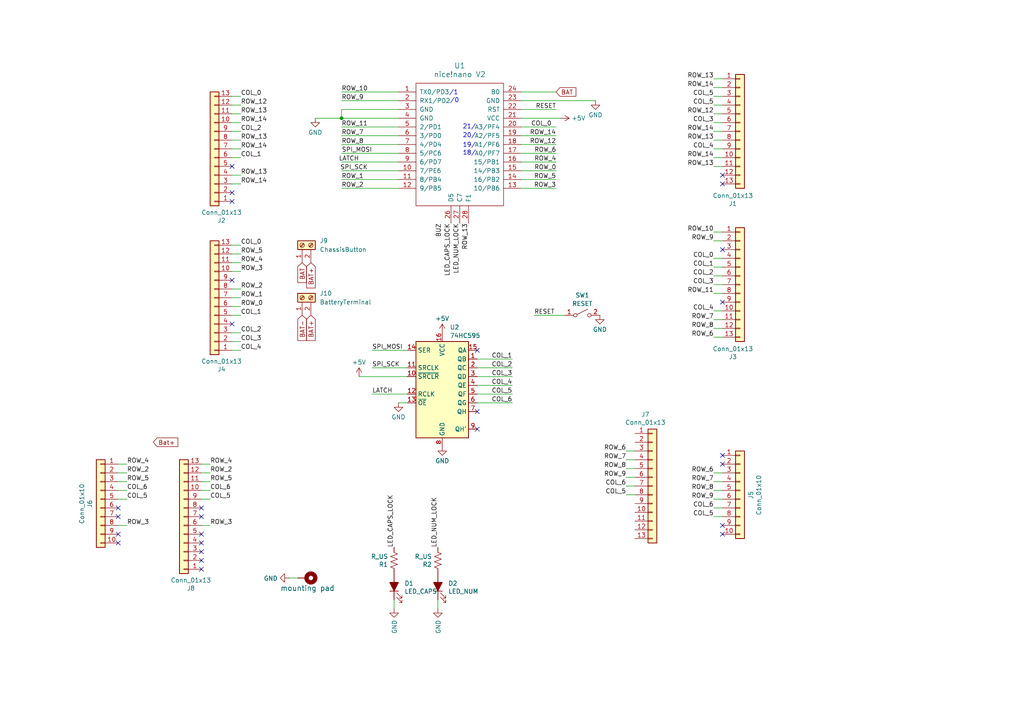
<source format=kicad_sch>
(kicad_sch (version 20250114) (generator "eeschema") (generator_version "9.0")
  (paper "A4")
  (lib_symbols
    (symbol "+5V_1" (power) (pin_names (offset 0))
      (property "Value" "+5V_1" (at 0 3.556 0))
      (symbol "+5V_1_0_1"
        (polyline (pts (xy -0.762 1.27) (xy 0 2.54)))
        (polyline (pts (xy 0 2.54) (xy 0.762 1.27)))
        (polyline (pts (xy 0 0) (xy 0 2.54)))
      )
      (symbol "+5V_1_1_1"
        (pin power_in line (at 0 0 90) (length 0) (hide yes) (name "+5V") (number "1"))
      )
    )
    (symbol "74xx:74HC595"
      (property "Reference" "U" (at -7.62 13.97 0))
      (property "Value" "74HC595" (at -7.62 -16.51 0))
      (symbol "74HC595_1_0"
        (pin input line (at -10.16 10.16 0) (length 2.54) (name "SER") (number "14"))
        (pin input line (at -10.16 5.08 0) (length 2.54) (name "SRCLK") (number "11"))
        (pin input line (at -10.16 2.54 0) (length 2.54) (name "~{SRCLR}") (number "10"))
        (pin input line (at -10.16 -2.54 0) (length 2.54) (name "RCLK") (number "12"))
        (pin input line (at -10.16 -5.08 0) (length 2.54) (name "~{OE}") (number "13"))
        (pin power_in line (at 0 15.24 270) (length 2.54) (name "VCC") (number "16"))
        (pin power_in line (at 0 -17.78 90) (length 2.54) (name "GND") (number "8"))
        (pin tri_state line (at 10.16 10.16 180) (length 2.54) (name "QA") (number "15"))
        (pin tri_state line (at 10.16 7.62 180) (length 2.54) (name "QB") (number "1"))
        (pin tri_state line (at 10.16 5.08 180) (length 2.54) (name "QC") (number "2"))
        (pin tri_state line (at 10.16 2.54 180) (length 2.54) (name "QD") (number "3"))
        (pin tri_state line (at 10.16 0 180) (length 2.54) (name "QE") (number "4"))
        (pin tri_state line (at 10.16 -2.54 180) (length 2.54) (name "QF") (number "5"))
        (pin tri_state line (at 10.16 -5.08 180) (length 2.54) (name "QG") (number "6"))
        (pin tri_state line (at 10.16 -7.62 180) (length 2.54) (name "QH") (number "7"))
        (pin output line (at 10.16 -12.7 180) (length 2.54) (name "QH'") (number "9"))
      )
      (symbol "74HC595_1_1"
        (rectangle (start -7.62 12.7) (end 7.62 -15.24) (stroke (width 0.254)) (fill (type background)))
      )
    )
    (symbol "Connector:Screw_Terminal_01x02" (pin_names (offset 1.016) (hide yes))
      (property "Reference" "J" (at 0 2.54 0))
      (property "Value" "Screw_Terminal_01x02" (at 0 -5.08 0))
      (symbol "Screw_Terminal_01x02_1_1"
        (rectangle (start -1.27 1.27) (end 1.27 -3.81) (stroke (width 0.254)) (fill (type background)))
        (polyline (pts (xy -0.5334 0.3302) (xy 0.3302 -0.508)) (stroke (width 0.1524)))
        (polyline (pts (xy -0.5334 -2.2098) (xy 0.3302 -3.048)) (stroke (width 0.1524)))
        (polyline (pts (xy -0.3556 0.508) (xy 0.508 -0.3302)) (stroke (width 0.1524)))
        (polyline (pts (xy -0.3556 -2.032) (xy 0.508 -2.8702)) (stroke (width 0.1524)))
        (circle (center 0 0) (radius 0.635) (stroke (width 0.1524)))
        (circle (center 0 -2.54) (radius 0.635) (stroke (width 0.1524)))
        (pin passive line (at -5.08 0 0) (length 3.81) (name "Pin_1") (number "1"))
        (pin passive line (at -5.08 -2.54 0) (length 3.81) (name "Pin_2") (number "2"))
      )
    )
    (symbol "Mechanical:MountingHole_Pad" (pin_numbers (hide yes)) (pin_names (offset 1.016) (hide yes))
      (property "Reference" "H" (at 0 6.35 0))
      (property "Value" "MountingHole_Pad" (at 0 4.445 0))
      (symbol "MountingHole_Pad_0_1"
        (circle (center 0 1.27) (radius 1.27) (stroke (width 1.27)))
      )
      (symbol "MountingHole_Pad_1_1"
        (pin input line (at 0 -2.54 90) (length 2.54) (name "1") (number "1"))
      )
    )
    (symbol "Switch:SW_SPST" (pin_names (offset 0) (hide yes))
      (property "Reference" "SW" (at 0 3.175 0))
      (property "Value" "SW_SPST" (at 0 -2.54 0))
      (symbol "SW_SPST_0_0"
        (circle (center -2.032 0) (radius 0.508))
        (polyline (pts (xy -1.524 0.254) (xy 1.524 1.778)))
        (circle (center 2.032 0) (radius 0.508))
      )
      (symbol "SW_SPST_1_1"
        (pin passive line (at -5.08 0 0) (length 2.54) (name "A") (number "1"))
        (pin passive line (at 5.08 0 180) (length 2.54) (name "B") (number "2"))
      )
    )
    (symbol "keebio:Elite-C" (pin_names (offset 1.016))
      (property "Reference" "U1" (at 0 21.59 0))
      (property "Value" "nice!nano V2" (at 0 19.05 0))
      (symbol "Elite-C_0_1"
        (rectangle (start 12.7 -19.05) (end -12.7 16.51))
      )
      (symbol "Elite-C_1_1"
        (pin input line (at -17.78 13.97 0) (length 5.08) (name "TX0/PD3") (number "1"))
        (pin input line (at -17.78 11.43 0) (length 5.08) (name "RX1/PD2") (number "2"))
        (pin input line (at -17.78 8.89 0) (length 5.08) (name "GND") (number "3"))
        (pin input line (at -17.78 6.35 0) (length 5.08) (name "GND") (number "4"))
        (pin input line (at -17.78 3.81 0) (length 5.08) (name "2/PD1") (number "5"))
        (pin input line (at -17.78 1.27 0) (length 5.08) (name "3/PD0") (number "6"))
        (pin input line (at -17.78 -1.27 0) (length 5.08) (name "4/PD4") (number "7"))
        (pin input line (at -17.78 -3.81 0) (length 5.08) (name "5/PC6") (number "8"))
        (pin input line (at -17.78 -6.35 0) (length 5.08) (name "6/PD7") (number "9"))
        (pin input line (at -17.78 -8.89 0) (length 5.08) (name "7/PE6") (number "10"))
        (pin input line (at -17.78 -11.43 0) (length 5.08) (name "8/PB4") (number "11"))
        (pin input line (at -17.78 -13.97 0) (length 5.08) (name "9/PB5") (number "12"))
        (pin input line (at -2.54 -24.13 90) (length 5.08) (name "D5") (number "26"))
        (pin input line (at 0 -24.13 90) (length 5.08) (name "C7") (number "27"))
        (pin input line (at 2.54 -24.13 90) (length 5.08) (name "F1") (number "28"))
        (pin input line (at 17.78 13.97 180) (length 5.08) (name "B0") (number "24"))
        (pin input line (at 17.78 11.43 180) (length 5.08) (name "GND") (number "23"))
        (pin input line (at 17.78 8.89 180) (length 5.08) (name "RST") (number "22"))
        (pin input line (at 17.78 6.35 180) (length 5.08) (name "VCC") (number "21"))
        (pin input line (at 17.78 3.81 180) (length 5.08) (name "A3/PF4") (number "20"))
        (pin input line (at 17.78 1.27 180) (length 5.08) (name "A2/PF5") (number "19"))
        (pin input line (at 17.78 -1.27 180) (length 5.08) (name "A1/PF6") (number "18"))
        (pin input line (at 17.78 -3.81 180) (length 5.08) (name "A0/PF7") (number "17"))
        (pin input line (at 17.78 -6.35 180) (length 5.08) (name "15/PB1") (number "16"))
        (pin input line (at 17.78 -8.89 180) (length 5.08) (name "14/PB3") (number "15"))
        (pin input line (at 17.78 -11.43 180) (length 5.08) (name "16/PB2") (number "14"))
        (pin input line (at 17.78 -13.97 180) (length 5.08) (name "10/PB6") (number "13"))
      )
    )
    (symbol "kicad_port-rescue:Conn_01x10-Connector_Generic" (pin_names (offset 1.016) (hide yes))
      (property "Reference" "J" (at 0 12.7 0))
      (property "Value" "kicad_port-rescue_Conn_01x10-Connector_Generic" (at 0 -15.24 0))
      (symbol "Conn_01x10-Connector_Generic_1_1"
        (rectangle (start -1.27 11.43) (end 1.27 -13.97) (stroke (width 0.254)) (fill (type background)))
        (rectangle (start -1.27 10.287) (end 0 10.033) (stroke (width 0.1524)))
        (rectangle (start -1.27 7.747) (end 0 7.493) (stroke (width 0.1524)))
        (rectangle (start -1.27 5.207) (end 0 4.953) (stroke (width 0.1524)))
        (rectangle (start -1.27 2.667) (end 0 2.413) (stroke (width 0.1524)))
        (rectangle (start -1.27 0.127) (end 0 -0.127) (stroke (width 0.1524)))
        (rectangle (start -1.27 -2.413) (end 0 -2.667) (stroke (width 0.1524)))
        (rectangle (start -1.27 -4.953) (end 0 -5.207) (stroke (width 0.1524)))
        (rectangle (start -1.27 -7.493) (end 0 -7.747) (stroke (width 0.1524)))
        (rectangle (start -1.27 -10.033) (end 0 -10.287) (stroke (width 0.1524)))
        (rectangle (start -1.27 -12.573) (end 0 -12.827) (stroke (width 0.1524)))
        (pin passive line (at -5.08 10.16 0) (length 3.81) (name "Pin_1") (number "1"))
        (pin passive line (at -5.08 7.62 0) (length 3.81) (name "Pin_2") (number "2"))
        (pin passive line (at -5.08 5.08 0) (length 3.81) (name "Pin_3") (number "3"))
        (pin passive line (at -5.08 2.54 0) (length 3.81) (name "Pin_4") (number "4"))
        (pin passive line (at -5.08 0 0) (length 3.81) (name "Pin_5") (number "5"))
        (pin passive line (at -5.08 -2.54 0) (length 3.81) (name "Pin_6") (number "6"))
        (pin passive line (at -5.08 -5.08 0) (length 3.81) (name "Pin_7") (number "7"))
        (pin passive line (at -5.08 -7.62 0) (length 3.81) (name "Pin_8") (number "8"))
        (pin passive line (at -5.08 -10.16 0) (length 3.81) (name "Pin_9") (number "9"))
        (pin passive line (at -5.08 -12.7 0) (length 3.81) (name "Pin_10") (number "10"))
      )
    )
    (symbol "kicad_port-rescue:Conn_01x13-Connector_Generic" (pin_names (offset 1.016) (hide yes))
      (property "Reference" "J" (at 0 17.78 0))
      (property "Value" "kicad_port-rescue_Conn_01x13-Connector_Generic" (at 0 -17.78 0))
      (symbol "Conn_01x13-Connector_Generic_1_1"
        (rectangle (start -1.27 16.51) (end 1.27 -16.51) (stroke (width 0.254)) (fill (type background)))
        (rectangle (start -1.27 15.367) (end 0 15.113) (stroke (width 0.1524)))
        (rectangle (start -1.27 12.827) (end 0 12.573) (stroke (width 0.1524)))
        (rectangle (start -1.27 10.287) (end 0 10.033) (stroke (width 0.1524)))
        (rectangle (start -1.27 7.747) (end 0 7.493) (stroke (width 0.1524)))
        (rectangle (start -1.27 5.207) (end 0 4.953) (stroke (width 0.1524)))
        (rectangle (start -1.27 2.667) (end 0 2.413) (stroke (width 0.1524)))
        (rectangle (start -1.27 0.127) (end 0 -0.127) (stroke (width 0.1524)))
        (rectangle (start -1.27 -2.413) (end 0 -2.667) (stroke (width 0.1524)))
        (rectangle (start -1.27 -4.953) (end 0 -5.207) (stroke (width 0.1524)))
        (rectangle (start -1.27 -7.493) (end 0 -7.747) (stroke (width 0.1524)))
        (rectangle (start -1.27 -10.033) (end 0 -10.287) (stroke (width 0.1524)))
        (rectangle (start -1.27 -12.573) (end 0 -12.827) (stroke (width 0.1524)))
        (rectangle (start -1.27 -15.113) (end 0 -15.367) (stroke (width 0.1524)))
        (pin passive line (at -5.08 15.24 0) (length 3.81) (name "Pin_1") (number "1"))
        (pin passive line (at -5.08 12.7 0) (length 3.81) (name "Pin_2") (number "2"))
        (pin passive line (at -5.08 10.16 0) (length 3.81) (name "Pin_3") (number "3"))
        (pin passive line (at -5.08 7.62 0) (length 3.81) (name "Pin_4") (number "4"))
        (pin passive line (at -5.08 5.08 0) (length 3.81) (name "Pin_5") (number "5"))
        (pin passive line (at -5.08 2.54 0) (length 3.81) (name "Pin_6") (number "6"))
        (pin passive line (at -5.08 0 0) (length 3.81) (name "Pin_7") (number "7"))
        (pin passive line (at -5.08 -2.54 0) (length 3.81) (name "Pin_8") (number "8"))
        (pin passive line (at -5.08 -5.08 0) (length 3.81) (name "Pin_9") (number "9"))
        (pin passive line (at -5.08 -7.62 0) (length 3.81) (name "Pin_10") (number "10"))
        (pin passive line (at -5.08 -10.16 0) (length 3.81) (name "Pin_11") (number "11"))
        (pin passive line (at -5.08 -12.7 0) (length 3.81) (name "Pin_12") (number "12"))
        (pin passive line (at -5.08 -15.24 0) (length 3.81) (name "Pin_13") (number "13"))
      )
    )
    (symbol "kicad_port-rescue:GND-power" (power) (pin_names (offset 0))
      (property "Value" "kicad_port-rescue_GND-power" (at 0 -3.81 0))
      (symbol "GND-power_0_1"
        (polyline (pts (xy 0 0) (xy 0 -1.27) (xy 1.27 -1.27) (xy 0 -2.54) (xy -1.27 -1.27) (xy 0 -1.27)))
      )
      (symbol "GND-power_1_1"
        (pin power_in line (at 0 0 270) (length 0) (hide yes) (name "GND") (number "1"))
      )
    )
    (symbol "kicad_port-rescue:LED_ALT-Device" (pin_numbers (hide yes)) (pin_names (offset 1.016) (hide yes))
      (property "Reference" "D" (at 0 2.54 0))
      (property "Value" "kicad_port-rescue_LED_ALT-Device" (at 0 -2.54 0))
      (symbol "LED_ALT-Device_0_1"
        (polyline (pts (xy -3.048 -0.762) (xy -4.572 -2.286) (xy -3.81 -2.286) (xy -4.572 -2.286) (xy -4.572 -1.524)))
        (polyline (pts (xy -1.778 -0.762) (xy -3.302 -2.286) (xy -2.54 -2.286) (xy -3.302 -2.286) (xy -3.302 -1.524)))
        (polyline (pts (xy -1.27 0) (xy 1.27 0)))
        (polyline (pts (xy -1.27 -1.27) (xy -1.27 1.27)) (stroke (width 0.2032)))
        (polyline (pts (xy 1.27 -1.27) (xy 1.27 1.27) (xy -1.27 0) (xy 1.27 -1.27)) (stroke (width 0.2032)) (fill (type outline)))
      )
      (symbol "LED_ALT-Device_1_1"
        (pin passive line (at -3.81 0 0) (length 2.54) (name "K") (number "1"))
        (pin passive line (at 3.81 0 180) (length 2.54) (name "A") (number "2"))
      )
    )
    (symbol "kicad_port-rescue:R_US-Device" (pin_numbers (hide yes)) (pin_names (offset 0))
      (property "Reference" "R" (at 2.54 0 90))
      (property "Value" "kicad_port-rescue_R_US-Device" (at -2.54 0 90))
      (symbol "R_US-Device_0_1"
        (polyline (pts (xy 0 2.286) (xy 0 2.54)))
        (polyline (pts (xy 0 2.286) (xy 1.016 1.905) (xy 0 1.524) (xy -1.016 1.143) (xy 0 0.762)))
        (polyline (pts (xy 0 0.762) (xy 1.016 0.381) (xy 0 0) (xy -1.016 -0.381) (xy 0 -0.762)))
        (polyline (pts (xy 0 -0.762) (xy 1.016 -1.143) (xy 0 -1.524) (xy -1.016 -1.905) (xy 0 -2.286)))
        (polyline (pts (xy 0 -2.286) (xy 0 -2.54)))
      )
      (symbol "R_US-Device_1_1"
        (pin passive line (at 0 3.81 270) (length 1.27) (name "~") (number "1"))
        (pin passive line (at 0 -3.81 90) (length 1.27) (name "~") (number "2"))
      )
    )
    (symbol "power:+5V" (power) (pin_names (offset 0))
      (property "Value" "+5V" (at 0 3.556 0))
      (symbol "+5V_0_1"
        (polyline (pts (xy -0.762 1.27) (xy 0 2.54)))
        (polyline (pts (xy 0 2.54) (xy 0.762 1.27)))
        (polyline (pts (xy 0 0) (xy 0 2.54)))
      )
      (symbol "+5V_1_1"
        (pin power_in line (at 0 0 90) (length 0) (hide yes) (name "+5V") (number "1"))
      )
    )
    (symbol "power:GND" (power) (pin_names (offset 0))
      (property "Value" "GND" (at 0 -3.81 0))
      (symbol "GND_0_1"
        (polyline (pts (xy 0 0) (xy 0 -1.27) (xy 1.27 -1.27) (xy 0 -2.54) (xy -1.27 -1.27) (xy 0 -1.27)))
      )
      (symbol "GND_1_1"
        (pin power_in line (at 0 0 270) (length 0) (hide yes) (name "GND") (number "1"))
      )
    )
  )
  (text "18/" (at 136.144 44.45 0) (effects (font (size 1.27 1.27))))
  (text "/1" (at 131.572 26.924 0) (effects (font (size 1.27 1.27))))
  (text "/0" (at 131.826 29.21 0) (effects (font (size 1.27 1.27))))
  (text "19/" (at 136.144 42.164 0) (effects (font (size 1.27 1.27))))
  (text "20/" (at 136.144 39.37 0) (effects (font (size 1.27 1.27))))
  (text "21/" (at 136.144 36.83 0) (effects (font (size 1.27 1.27))))
  (junction (at 99.06 34.29))
  (no_connect (at 58.42 162.56))
  (no_connect (at 34.29 147.32))
  (no_connect (at 67.31 58.42))
  (no_connect (at 58.42 160.02))
  (no_connect (at 138.43 124.46))
  (no_connect (at 67.31 81.28))
  (no_connect (at 67.31 55.88))
  (no_connect (at 209.55 87.63))
  (no_connect (at 34.29 149.86))
  (no_connect (at 209.55 53.34))
  (no_connect (at 209.55 50.8))
  (no_connect (at 58.42 154.94))
  (no_connect (at 58.42 157.48))
  (no_connect (at 67.31 48.26))
  (no_connect (at 209.55 132.08))
  (no_connect (at 138.43 119.38))
  (no_connect (at 138.43 101.6))
  (no_connect (at 34.29 157.48))
  (no_connect (at 67.31 93.98))
  (no_connect (at 58.42 165.1))
  (no_connect (at 209.55 152.4))
  (no_connect (at 34.29 154.94))
  (no_connect (at 58.42 149.86))
  (no_connect (at 209.55 154.94))
  (no_connect (at 209.55 72.39))
  (no_connect (at 209.55 134.62))
  (no_connect (at 58.42 147.32))
  (wire (pts (xy 151.13 36.83) (xy 161.29 36.83)))
  (wire (pts (xy 104.14 109.22) (xy 118.11 109.22)))
  (wire (pts (xy 91.44 34.29) (xy 99.06 34.29)))
  (wire (pts (xy 99.06 34.29) (xy 115.57 34.29)))
  (wire (pts (xy 67.31 96.52) (xy 69.85 96.52)))
  (wire (pts (xy 99.06 49.53) (xy 115.57 49.53)))
  (wire (pts (xy 207.01 43.18) (xy 209.55 43.18)))
  (wire (pts (xy 67.31 99.06) (xy 69.85 99.06)))
  (wire (pts (xy 138.43 111.76) (xy 148.59 111.76)))
  (wire (pts (xy 67.31 91.44) (xy 69.85 91.44)))
  (wire (pts (xy 58.42 137.16) (xy 60.96 137.16)))
  (wire (pts (xy 34.29 137.16) (xy 36.83 137.16)))
  (wire (pts (xy 184.15 130.81) (xy 181.61 130.81)))
  (wire (pts (xy 107.95 101.6) (xy 118.11 101.6)))
  (wire (pts (xy 151.13 39.37) (xy 161.29 39.37)))
  (wire (pts (xy 67.31 45.72) (xy 69.85 45.72)))
  (wire (pts (xy 151.13 54.61) (xy 161.29 54.61)))
  (wire (pts (xy 138.43 106.68) (xy 148.59 106.68)))
  (wire (pts (xy 207.01 85.09) (xy 209.55 85.09)))
  (wire (pts (xy 207.01 45.72) (xy 209.55 45.72)))
  (wire (pts (xy 34.29 152.4) (xy 36.83 152.4)))
  (wire (pts (xy 207.01 97.79) (xy 209.55 97.79)))
  (wire (pts (xy 151.13 44.45) (xy 161.29 44.45)))
  (wire (pts (xy 151.13 49.53) (xy 161.29 49.53)))
  (wire (pts (xy 67.31 50.8) (xy 69.85 50.8)))
  (wire (pts (xy 58.42 142.24) (xy 60.96 142.24)))
  (wire (pts (xy 151.13 26.67) (xy 161.29 26.67)))
  (wire (pts (xy 207.01 92.71) (xy 209.55 92.71)))
  (wire (pts (xy 34.29 142.24) (xy 36.83 142.24)))
  (wire (pts (xy 67.31 40.64) (xy 69.85 40.64)))
  (wire (pts (xy 138.43 116.84) (xy 148.59 116.84)))
  (wire (pts (xy 184.15 140.97) (xy 181.61 140.97)))
  (wire (pts (xy 67.31 38.1) (xy 69.85 38.1)))
  (wire (pts (xy 67.31 43.18) (xy 69.85 43.18)))
  (wire (pts (xy 207.01 82.55) (xy 209.55 82.55)))
  (wire (pts (xy 209.55 147.32) (xy 207.01 147.32)))
  (wire (pts (xy 34.29 144.78) (xy 36.83 144.78)))
  (wire (pts (xy 207.01 69.85) (xy 209.55 69.85)))
  (wire (pts (xy 184.15 133.35) (xy 181.61 133.35)))
  (wire (pts (xy 151.13 52.07) (xy 161.29 52.07)))
  (wire (pts (xy 138.43 109.22) (xy 148.59 109.22)))
  (wire (pts (xy 58.42 144.78) (xy 60.96 144.78)))
  (wire (pts (xy 209.55 142.24) (xy 207.01 142.24)))
  (wire (pts (xy 99.06 31.75) (xy 99.06 34.29)))
  (wire (pts (xy 207.01 74.93) (xy 209.55 74.93)))
  (wire (pts (xy 67.31 33.02) (xy 69.85 33.02)))
  (wire (pts (xy 58.42 134.62) (xy 60.96 134.62)))
  (wire (pts (xy 67.31 83.82) (xy 69.85 83.82)))
  (wire (pts (xy 67.31 78.74) (xy 69.85 78.74)))
  (wire (pts (xy 184.15 135.89) (xy 181.61 135.89)))
  (wire (pts (xy 151.13 41.91) (xy 161.29 41.91)))
  (wire (pts (xy 115.57 26.67) (xy 99.06 26.67)))
  (wire (pts (xy 58.42 139.7) (xy 60.96 139.7)))
  (wire (pts (xy 207.01 67.31) (xy 209.55 67.31)))
  (wire (pts (xy 67.31 53.34) (xy 69.85 53.34)))
  (wire (pts (xy 99.06 54.61) (xy 115.57 54.61)))
  (wire (pts (xy 58.42 152.4) (xy 60.96 152.4)))
  (wire (pts (xy 207.01 90.17) (xy 209.55 90.17)))
  (wire (pts (xy 107.95 106.68) (xy 118.11 106.68)))
  (wire (pts (xy 162.56 34.29) (xy 151.13 34.29)))
  (wire (pts (xy 207.01 95.25) (xy 209.55 95.25)))
  (wire (pts (xy 207.01 40.64) (xy 209.55 40.64)))
  (wire (pts (xy 151.13 46.99) (xy 161.29 46.99)))
  (wire (pts (xy 207.01 48.26) (xy 209.55 48.26)))
  (wire (pts (xy 67.31 35.56) (xy 69.85 35.56)))
  (wire (pts (xy 34.29 139.7) (xy 36.83 139.7)))
  (wire (pts (xy 115.57 116.84) (xy 118.11 116.84)))
  (wire (pts (xy 154.94 91.44) (xy 163.83 91.44)))
  (wire (pts (xy 67.31 86.36) (xy 69.85 86.36)))
  (wire (pts (xy 207.01 27.94) (xy 209.55 27.94)))
  (wire (pts (xy 99.06 29.21) (xy 115.57 29.21)))
  (wire (pts (xy 99.06 41.91) (xy 115.57 41.91)))
  (wire (pts (xy 209.55 137.16) (xy 207.01 137.16)))
  (wire (pts (xy 67.31 88.9) (xy 69.85 88.9)))
  (wire (pts (xy 138.43 104.14) (xy 148.59 104.14)))
  (wire (pts (xy 207.01 30.48) (xy 209.55 30.48)))
  (wire (pts (xy 207.01 25.4) (xy 209.55 25.4)))
  (wire (pts (xy 114.3 176.53) (xy 114.3 173.99)))
  (wire (pts (xy 34.29 134.62) (xy 36.83 134.62)))
  (wire (pts (xy 207.01 38.1) (xy 209.55 38.1)))
  (wire (pts (xy 99.06 46.99) (xy 115.57 46.99)))
  (wire (pts (xy 67.31 27.94) (xy 69.85 27.94)))
  (wire (pts (xy 67.31 101.6) (xy 69.85 101.6)))
  (wire (pts (xy 209.55 149.86) (xy 207.01 149.86)))
  (wire (pts (xy 99.06 39.37) (xy 115.57 39.37)))
  (wire (pts (xy 184.15 143.51) (xy 181.61 143.51)))
  (wire (pts (xy 99.06 31.75) (xy 115.57 31.75)))
  (wire (pts (xy 67.31 73.66) (xy 69.85 73.66)))
  (wire (pts (xy 67.31 71.12) (xy 69.85 71.12)))
  (wire (pts (xy 207.01 77.47) (xy 209.55 77.47)))
  (wire (pts (xy 184.15 138.43) (xy 181.61 138.43)))
  (wire (pts (xy 209.55 139.7) (xy 207.01 139.7)))
  (wire (pts (xy 99.06 36.83) (xy 115.57 36.83)))
  (wire (pts (xy 207.01 33.02) (xy 209.55 33.02)))
  (wire (pts (xy 209.55 144.78) (xy 207.01 144.78)))
  (wire (pts (xy 99.06 44.45) (xy 115.57 44.45)))
  (wire (pts (xy 207.01 80.01) (xy 209.55 80.01)))
  (wire (pts (xy 67.31 76.2) (xy 69.85 76.2)))
  (wire (pts (xy 151.13 31.75) (xy 161.29 31.75)))
  (wire (pts (xy 67.31 30.48) (xy 69.85 30.48)))
  (wire (pts (xy 99.06 52.07) (xy 115.57 52.07)))
  (wire (pts (xy 107.95 114.3) (xy 118.11 114.3)))
  (wire (pts (xy 207.01 22.86) (xy 209.55 22.86)))
  (wire (pts (xy 127 176.53) (xy 127 173.99)))
  (wire (pts (xy 172.72 29.21) (xy 151.13 29.21)))
  (wire (pts (xy 138.43 114.3) (xy 148.59 114.3)))
  (wire (pts (xy 207.01 35.56) (xy 209.55 35.56)))
  (wire (pts (xy 83.82 167.64) (xy 86.36 167.64)))
  (label "COL_2" (at 69.85 38.1 0))
  (label "ROW_5" (at 69.85 73.66 0))
  (label "ROW_12" (at 69.85 30.48 0))
  (label "COL_4" (at 69.85 101.6 0))
  (label "ROW_14" (at 69.85 53.34 0))
  (label "COL_3" (at 148.59 109.22 180))
  (label "LED_NUM_LOCK" (at 127 158.75 90))
  (label "ROW_14" (at 69.85 35.56 0))
  (label "ROW_2" (at 60.96 137.16 0))
  (label "COL_6" (at 36.83 142.24 0))
  (label "ROW_3" (at 161.29 54.61 180))
  (label "RESET" (at 161.29 31.75 180))
  (label "COL_2" (at 207.01 80.01 180))
  (label "ROW_9" (at 207.01 69.85 180))
  (label "COL_1" (at 207.01 77.47 180))
  (label "COL_3" (at 207.01 35.56 180))
  (label "COL_4" (at 148.59 111.76 180))
  (label "ROW_9" (at 99.06 29.21 0))
  (label "ROW_13" (at 207.01 22.86 180))
  (label "ROW_13" (at 69.85 50.8 0))
  (label "ROW_13" (at 69.85 40.64 0))
  (label "ROW_2" (at 36.83 137.16 0))
  (label "ROW_13" (at 135.89 64.77 270))
  (label "ROW_1" (at 99.06 52.07 0))
  (label "ROW_4" (at 154.94 46.99 0))
  (label "COL_5" (at 207.01 30.48 180))
  (label "ROW_6" (at 207.01 97.79 180))
  (label "COL_3" (at 207.01 82.55 180))
  (label "ROW_8" (at 207.01 95.25 180))
  (label "ROW_9" (at 181.61 138.43 180))
  (label "ROW_5" (at 60.96 139.7 0))
  (label "ROW_6" (at 207.01 137.16 180))
  (label "ROW_7" (at 181.61 133.35 180))
  (label "COL_6" (at 207.01 147.32 180))
  (label "COL_6" (at 148.59 116.84 180))
  (label "ROW_4" (at 60.96 134.62 0))
  (label "ROW_7" (at 207.01 92.71 180))
  (label "COL_5" (at 207.01 149.86 180))
  (label "ROW_13" (at 69.85 33.02 0))
  (label "ROW_11" (at 99.06 36.83 0))
  (label "COL_5" (at 60.96 144.78 0))
  (label "RESET" (at 154.94 91.44 0))
  (label "COL_0" (at 160.02 36.83 180))
  (label "COL_1" (at 148.59 104.14 180))
  (label "SPI_SCK" (at 106.68 49.53 180))
  (label "ROW_2" (at 69.85 83.82 0))
  (label "ROW_10" (at 99.06 26.67 0))
  (label "ROW_14" (at 207.01 38.1 180))
  (label "COL_3" (at 69.85 99.06 0))
  (label "ROW_7" (at 99.06 39.37 0))
  (label "ROW_13" (at 207.01 40.64 180))
  (label "ROW_0" (at 69.85 88.9 0))
  (label "LED_NUM_LOCK" (at 133.35 64.77 270))
  (label "LED_CAPS_LOCK" (at 130.81 64.77 270))
  (label "SPI_SCK" (at 107.95 106.68 0))
  (label "ROW_12" (at 161.29 41.91 180))
  (label "ROW_9" (at 207.01 144.78 180))
  (label "ROW_2" (at 99.06 54.61 0))
  (label "ROW_6" (at 181.61 130.81 180))
  (label "ROW_10" (at 207.01 67.31 180))
  (label "LED_CAPS_LOCK" (at 114.3 158.75 90))
  (label "ROW_13" (at 207.01 48.26 180))
  (label "ROW_11" (at 207.01 85.09 180))
  (label "ROW_0" (at 154.94 49.53 0))
  (label "COL_5" (at 148.59 114.3 180))
  (label "LATCH" (at 104.14 46.99 180))
  (label "ROW_8" (at 207.01 142.24 180))
  (label "ROW_12" (at 207.01 33.02 180))
  (label "ROW_8" (at 181.61 135.89 180))
  (label "ROW_3" (at 36.83 152.4 0))
  (label "COL_4" (at 207.01 43.18 180))
  (label "COL_6" (at 181.61 140.97 180))
  (label "COL_1" (at 69.85 91.44 0))
  (label "ROW_14" (at 207.01 25.4 180))
  (label "COL_5" (at 207.01 27.94 180))
  (label "ROW_14" (at 207.01 45.72 180))
  (label "ROW_1" (at 69.85 86.36 0))
  (label "ROW_8" (at 99.06 41.91 0))
  (label "COL_1" (at 69.85 45.72 0))
  (label "ROW_3" (at 69.85 78.74 0))
  (label "LATCH" (at 107.95 114.3 0))
  (label "COL_5" (at 181.61 143.51 180))
  (label "COL_0" (at 69.85 27.94 0))
  (label "ROW_4" (at 69.85 76.2 0))
  (label "ROW_3" (at 60.96 152.4 0))
  (label "ROW_6" (at 154.94 44.45 0))
  (label "COL_4" (at 207.01 90.17 180))
  (label "BUZ" (at 128.27 64.77 270))
  (label "SPI_MOSI" (at 107.95 101.6 0))
  (label "ROW_5" (at 161.29 52.07 180))
  (label "COL_2" (at 148.59 106.68 180))
  (label "ROW_14" (at 69.85 43.18 0))
  (label "COL_5" (at 36.83 144.78 0))
  (label "COL_2" (at 69.85 96.52 0))
  (label "COL_6" (at 60.96 142.24 0))
  (label "COL_0" (at 69.85 71.12 0))
  (label "ROW_5" (at 36.83 139.7 0))
  (label "ROW_14" (at 161.29 39.37 180))
  (label "COL_0" (at 207.01 74.93 180))
  (label "ROW_7" (at 207.01 139.7 180))
  (label "SPI_MOSI" (at 107.95 44.45 180))
  (label "ROW_4" (at 36.83 134.62 0))
  (global_label "BAT" (shape input) (at 161.29 26.67 0) (property "Intersheetrefs" "${INTERSHEET_REFS}" (effects (hide yes))))
  (global_label "BAT+" (shape input) (at 90.17 76.2 270) (property "Intersheetrefs" "${INTERSHEET_REFS}" (effects (hide yes))))
  (global_label "Bat+" (shape input) (at 44.45 128.27 0) (property "Intersheetrefs" "${INTERSHEET_REFS}" (effects (hide yes))))
  (global_label "BAT-" (shape input) (at 87.63 91.44 270) (property "Intersheetrefs" "${INTERSHEET_REFS}" (effects (hide yes))))
  (global_label "BAT+" (shape input) (at 90.17 91.44 270) (property "Intersheetrefs" "${INTERSHEET_REFS}" (effects (hide yes))))
  (global_label "BAT" (shape input) (at 87.63 76.2 270) (property "Intersheetrefs" "${INTERSHEET_REFS}" (effects (hide yes))))
  (symbol (lib_id "kicad_port-rescue:Conn_01x13-Connector_Generic") (at 62.23 86.36 180) (unit 1)
    (property "Reference" "J4" (at 64.262 107.1118 0))
    (property "Value" "Conn_01x13" (at 64.262 104.8004 0))
    (property "Footprint" "kinesisMod_board_connectors:Molex_039532134" (effects (hide yes)))
  )
  (symbol (lib_id "kicad_port-rescue:Conn_01x13-Connector_Generic") (at 214.63 82.55 0) (unit 1)
    (property "Reference" "J3" (at 212.5726 103.505 0))
    (property "Value" "Conn_01x13" (at 212.5726 101.1936 0))
    (property "Footprint" "kinesisMod_board_connectors:Molex_039532134" (effects (hide yes)))
  )
  (symbol (lib_id "kicad_port-rescue:Conn_01x10-Connector_Generic") (at 29.21 144.78 0) (mirror y) (unit 1)
    (property "Reference" "J6" (at 26.0604 146.1516 90))
    (property "Value" "Conn_01x10" (at 23.749 146.1516 90))
    (property "Footprint" "Pin_Headers:Pin_Header_Straight_1x10_Pitch2.54mm" (effects (hide yes)))
  )
  (symbol (lib_id "kicad_port-rescue:Conn_01x10-Connector_Generic") (at 214.63 142.24 0) (unit 1)
    (property "Reference" "J5" (at 217.7796 143.6116 90))
    (property "Value" "Conn_01x10" (at 220.091 143.6116 90))
    (property "Footprint" "Pin_Headers:Pin_Header_Straight_1x10_Pitch2.54mm" (effects (hide yes)))
  )
  (symbol (lib_id "kicad_port-rescue:Conn_01x13-Connector_Generic") (at 62.23 43.18 180) (unit 1)
    (property "Reference" "J2" (at 64.262 63.9318 0))
    (property "Value" "Conn_01x13" (at 64.262 61.6204 0))
    (property "Footprint" "kinesisMod_board_connectors:Molex_0039532135" (effects (hide yes)))
  )
  (symbol (lib_id "kicad_port-rescue:Conn_01x13-Connector_Generic") (at 214.63 38.1 0) (unit 1)
    (property "Reference" "J1" (at 212.5726 59.055 0))
    (property "Value" "Conn_01x13" (at 212.5726 56.7436 0))
    (property "Footprint" "kinesisMod_board_connectors:Molex_0039532135" (effects (hide yes)))
  )
  (symbol (lib_id "kicad_port-rescue:LED_ALT-Device") (at 114.3 170.18 90) (unit 1)
    (property "Reference" "D1" (at 117.2972 169.2148 90) (effects (justify right)))
    (property "Value" "LED_CAPS" (at 117.2972 171.5262 90) (effects (justify right)))
    (property "Footprint" "LED_THT:LED_D3.0mm" (effects (hide yes)))
  )
  (symbol (lib_id "kicad_port-rescue:LED_ALT-Device") (at 127 170.18 90) (unit 1)
    (property "Reference" "D2" (at 129.9972 169.2148 90) (effects (justify right)))
    (property "Value" "LED_NUM" (at 129.9972 171.5262 90) (effects (justify right)))
    (property "Footprint" "LED_THT:LED_D3.0mm" (effects (hide yes)))
  )
  (symbol (lib_id "kicad_port-rescue:R_US-Device") (at 127 162.56 180) (unit 1)
    (property "Reference" "R2" (at 125.2728 163.7284 0) (effects (justify left)))
    (property "Value" "R_US" (at 125.2728 161.417 0) (effects (justify left)))
    (property "Footprint" "Resistor_THT:R_Axial_DIN0204_L3.6mm_D1.6mm_P5.08mm_Horizontal" (effects (hide yes)))
  )
  (symbol (lib_id "kicad_port-rescue:R_US-Device") (at 114.3 162.56 180) (unit 1)
    (property "Reference" "R1" (at 112.5728 163.7284 0) (effects (justify left)))
    (property "Value" "R_US" (at 112.5728 161.417 0) (effects (justify left)))
    (property "Footprint" "Resistor_THT:R_Axial_DIN0204_L3.6mm_D1.6mm_P5.08mm_Horizontal" (effects (hide yes)))
  )
  (symbol (lib_id "Connector:Screw_Terminal_01x02") (at 87.63 86.36 90) (unit 1)
    (property "Reference" "J10" (at 92.71 85.0899 90) (effects (justify right)))
    (property "Value" "BatteryTerminal" (at 92.71 87.6299 90) (effects (justify right)))
    (property "Footprint" "TerminalBlock:TerminalBlock_Xinya_XY308-2.54-2P_1x02_P2.54mm_Horizontal" (effects (hide yes)))
    (property "Description" "Generic screw terminal, single row, 01x02, script generated (kicad-library-utils/schlib/autogen/connector/)" (effects (hide yes)))
  )
  (symbol (lib_id "power:GND") (at 115.57 116.84 0) (unit 1)
    (property "Reference" "#PWR012" (effects (hide yes)))
    (property "Value" "GND" (at 115.57 120.9731 0))
  )
  (symbol (lib_id "kicad_port-rescue:Conn_01x13-Connector_Generic") (at 53.34 149.86 180) (unit 1)
    (property "Reference" "J8" (at 55.372 170.6118 0))
    (property "Value" "Conn_01x13" (at 55.372 168.3004 0))
    (property "Footprint" "kinesisMod_board_connectors:Molex_0039532135" (effects (hide yes)))
  )
  (symbol (lib_id "Mechanical:MountingHole_Pad") (at 88.9 167.64 270) (unit 1)
    (property "Reference" "H1" (effects (hide yes)))
    (property "Value" "mounting pad" (at 81.28 171.45 90) (effects (font (size 1.4986 1.4986)) (justify left bottom)))
    (property "Footprint" "MountingHole:MountingHole_4.3mm_M4_Pad" (effects (hide yes)))
  )
  (symbol (lib_id "power:+5V") (at 104.14 109.22 0) (unit 1)
    (property "Reference" "#PWR09" (effects (hide yes)))
    (property "Value" "+5V" (at 104.14 105.0869 0))
  )
  (symbol (lib_id "power:GND") (at 128.27 129.54 0) (unit 1)
    (property "Reference" "#PWR010" (effects (hide yes)))
    (property "Value" "GND" (at 128.27 133.6731 0))
  )
  (symbol (lib_id "power:GND") (at 91.44 34.29 0) (unit 1)
    (property "Reference" "#PWR013" (effects (hide yes)))
    (property "Value" "GND" (at 91.44 38.4231 0))
  )
  (symbol (lib_id "power:GND") (at 173.99 91.44 0) (unit 1)
    (property "Reference" "#PWR016" (effects (hide yes)))
    (property "Value" "GND" (at 173.99 95.5731 0))
  )
  (symbol (lib_id "power:GND") (at 83.82 167.64 270) (unit 1)
    (property "Reference" "#PWR0101" (effects (hide yes)))
    (property "Value" "GND" (at 80.5688 167.767 90) (effects (justify right)))
  )
  (symbol (lib_id "Connector:Screw_Terminal_01x02") (at 87.63 71.12 90) (unit 1)
    (property "Reference" "J9" (at 92.71 69.8499 90) (effects (justify right)))
    (property "Value" "ChassisButton" (at 92.71 72.3899 90) (effects (justify right)))
    (property "Footprint" "TerminalBlock:TerminalBlock_Xinya_XY308-2.54-2P_1x02_P2.54mm_Horizontal" (effects (hide yes)))
    (property "Description" "Generic screw terminal, single row, 01x02, script generated (kicad-library-utils/schlib/autogen/connector/)" (effects (hide yes)))
  )
  (symbol (lib_id "kicad_port-rescue:Conn_01x13-Connector_Generic") (at 189.23 140.97 0) (unit 1)
    (property "Reference" "J7" (at 187.198 120.2182 0))
    (property "Value" "Conn_01x13" (at 187.198 122.5296 0))
    (property "Footprint" "kinesisMod_board_connectors:Molex_0039532135" (effects (hide yes)))
  )
  (symbol (lib_id "kicad_port-rescue:GND-power") (at 114.3 176.53 0) (unit 1)
    (property "Reference" "#PWR05" (effects (hide yes)))
    (property "Value" "GND" (at 114.427 179.7812 90) (effects (justify right)))
  )
  (symbol (lib_id "power:GND") (at 172.72 29.21 0) (unit 1)
    (property "Reference" "#PWR014" (effects (hide yes)))
    (property "Value" "GND" (at 172.72 33.3431 0))
  )
  (symbol (lib_name "+5V_1") (lib_id "power:+5V") (at 162.56 34.29 270) (unit 1)
    (property "Reference" "#PWR03" (effects (hide yes)))
    (property "Value" "+5V" (at 165.735 34.29 90) (effects (justify left)))
  )
  (symbol (lib_id "kicad_port-rescue:GND-power") (at 127 176.53 0) (unit 1)
    (property "Reference" "#PWR06" (effects (hide yes)))
    (property "Value" "GND" (at 127.127 179.7812 90) (effects (justify right)))
  )
  (symbol (lib_id "power:+5V") (at 128.27 96.52 0) (unit 1)
    (property "Reference" "#PWR011" (effects (hide yes)))
    (property "Value" "+5V" (at 128.27 92.3869 0))
  )
  (symbol (lib_id "74xx:74HC595") (at 128.27 111.76 0) (unit 1)
    (property "Reference" "U2" (at 130.4641 94.9157 0) (effects (justify left)))
    (property "Value" "74HC595" (at 130.4641 97.3399 0) (effects (justify left)))
  )
  (symbol (lib_id "Switch:SW_SPST") (at 168.91 91.44 0) (unit 1)
    (property "Reference" "SW1" (at 168.91 85.6445 0))
    (property "Value" "RESET" (at 168.91 88.0688 0))
    (property "Description" "Single Pole Single Throw (SPST) switch" (effects (hide yes)))
  )
  (symbol (lib_id "keebio:Elite-C") (at 133.35 40.64 0) (unit 1)
    (property "Reference" "U1" (at 133.35 19.05 0) (effects (font (size 1.524 1.524))))
    (property "Value" "nice!nano V2" (at 133.35 21.59 0) (effects (font (size 1.524 1.524))))
  )
)
</source>
